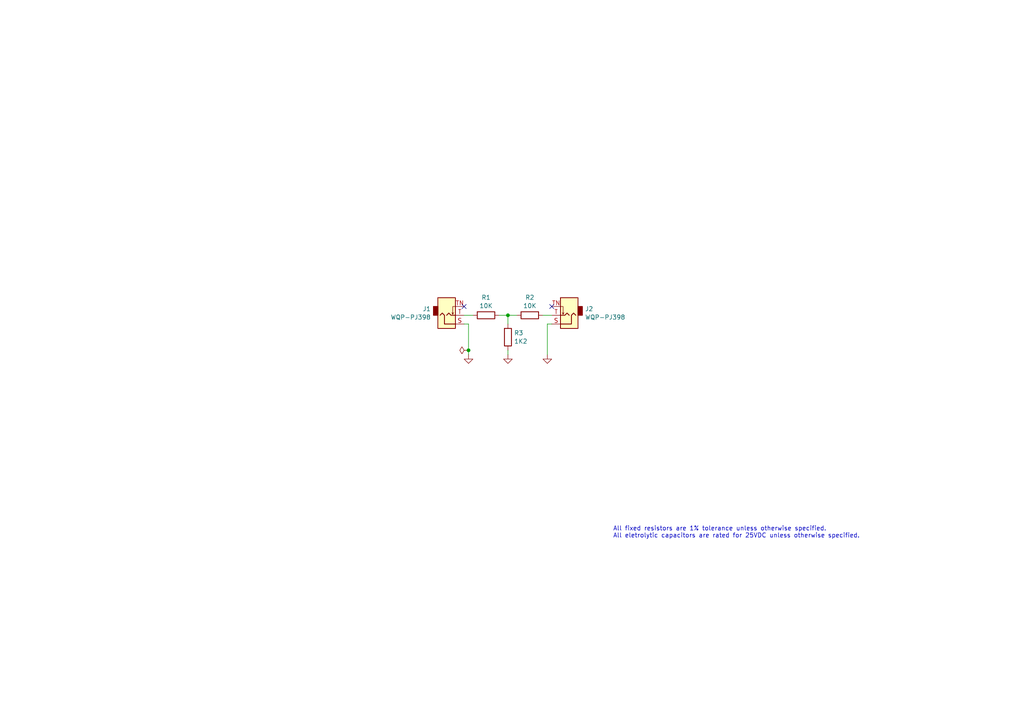
<source format=kicad_sch>
(kicad_sch (version 20230121) (generator eeschema)

  (uuid e63e39d7-6ac0-4ffd-8aa3-1841a4541b55)

  (paper "A4")

  (title_block
    (title "Attenuator")
    (date "2024-04-02")
    (rev "1.0")
    (company "https://lenp.net/synth/")
    (comment 1 "Len Popp")
    (comment 2 "Copyright © 2024 Len Popp CC BY")
    (comment 3 "Eurorack attenuator dongle")
  )

  (lib_symbols
    (symbol "-lmp-power:GND" (power) (pin_numbers hide) (pin_names (offset 0) hide) (in_bom yes) (on_board yes)
      (property "Reference" "#PWR" (at 0 -6.35 0)
        (effects (font (size 1.27 1.27)) hide)
      )
      (property "Value" "GND" (at 0 -3.81 0)
        (effects (font (size 1.27 1.27)) hide)
      )
      (property "Footprint" "" (at 0 0 0)
        (effects (font (size 1.27 1.27)) hide)
      )
      (property "Datasheet" "" (at 0 0 0)
        (effects (font (size 1.27 1.27)) hide)
      )
      (property "ki_keywords" "power-flag" (at 0 0 0)
        (effects (font (size 1.27 1.27)) hide)
      )
      (property "ki_description" "Power symbol creates a global label with name \"GND\" , ground" (at 0 0 0)
        (effects (font (size 1.27 1.27)) hide)
      )
      (symbol "GND_0_1"
        (polyline
          (pts
            (xy 0 0)
            (xy 0 -1.27)
            (xy 1.27 -1.27)
            (xy 0 -2.54)
            (xy -1.27 -1.27)
            (xy 0 -1.27)
          )
          (stroke (width 0) (type default))
          (fill (type none))
        )
      )
      (symbol "GND_1_1"
        (pin power_in line (at 0 0 270) (length 0) hide
          (name "GND" (effects (font (size 1.27 1.27))))
          (number "1" (effects (font (size 1.27 1.27))))
        )
      )
    )
    (symbol "-lmp-power:PWR_FLAG" (power) (pin_numbers hide) (pin_names (offset 0) hide) (in_bom yes) (on_board yes)
      (property "Reference" "#FLG" (at 0 1.905 0)
        (effects (font (size 1.27 1.27)) hide)
      )
      (property "Value" "PWR_FLAG" (at 0 3.81 0)
        (effects (font (size 1.27 1.27)) hide)
      )
      (property "Footprint" "" (at 0 0 0)
        (effects (font (size 1.27 1.27)) hide)
      )
      (property "Datasheet" "~" (at 0 0 0)
        (effects (font (size 1.27 1.27)) hide)
      )
      (property "ki_keywords" "power-flag" (at 0 0 0)
        (effects (font (size 1.27 1.27)) hide)
      )
      (property "ki_description" "Special symbol for telling ERC where power comes from" (at 0 0 0)
        (effects (font (size 1.27 1.27)) hide)
      )
      (symbol "PWR_FLAG_0_0"
        (pin power_out line (at 0 0 90) (length 0)
          (name "pwr" (effects (font (size 1.27 1.27))))
          (number "1" (effects (font (size 1.27 1.27))))
        )
      )
      (symbol "PWR_FLAG_0_1"
        (polyline
          (pts
            (xy 0 0)
            (xy 0 1.27)
            (xy -1.016 1.905)
            (xy 0 2.54)
            (xy 1.016 1.905)
            (xy 0 1.27)
          )
          (stroke (width 0) (type default))
          (fill (type none))
        )
      )
    )
    (symbol "-lmp-synth:Jack_WQP-PJ398" (in_bom yes) (on_board yes)
      (property "Reference" "J" (at 0 10.033 0)
        (effects (font (size 1.27 1.27)))
      )
      (property "Value" "Jack_WQP-PJ398" (at 0 7.62 0)
        (effects (font (size 1.27 1.27)))
      )
      (property "Footprint" "-lmp-synth:Jack_3.5mm_QingPu_WQP-PJ398SM_Vertical" (at 0 0 0)
        (effects (font (size 1.27 1.27)) hide)
      )
      (property "Datasheet" "http://www.qingpu-electronics.com/en/products/WQP-PJ398SM-362.html" (at 0 0 0)
        (effects (font (size 1.27 1.27)) hide)
      )
      (property "Label" "[label]" (at 0 5.207 0)
        (effects (font (size 1.27 1.27)))
      )
      (property "Manufacturer" "QingPu / Thonk" (at 0 0 0)
        (effects (font (size 1.27 1.27)) hide)
      )
      (property "ManufacturerPartNum" "PJ398SM / WQP518MA" (at 0 0 0)
        (effects (font (size 1.27 1.27)) hide)
      )
      (property "Distributor" "Thonk" (at 0 0 0)
        (effects (font (size 1.27 1.27)) hide)
      )
      (property "DistributorPartNum" "PJ398SM" (at 0 0 0)
        (effects (font (size 1.27 1.27)) hide)
      )
      (property "DistributorPartLink" "https://www.thonk.co.uk/shop/thonkiconn/" (at 0 0 0)
        (effects (font (size 1.27 1.27)) hide)
      )
      (property "Distributor2" "SynthCube" (at 0 0 0)
        (effects (font (size 1.27 1.27)) hide)
      )
      (property "DistributorPartNum2" "WQP518MA" (at 0 0 0)
        (effects (font (size 1.27 1.27)) hide)
      )
      (property "DistributorPartLink2" "https://synthcube.com/cart/3-5mm-euro-jacks" (at 0 0 0)
        (effects (font (size 1.27 1.27)) hide)
      )
      (property "Distributor3" "Adafruit" (at 0 0 0)
        (effects (font (size 1.27 1.27)) hide)
      )
      (property "DistributorPartNum3" "4031" (at 0 0 0)
        (effects (font (size 1.27 1.27)) hide)
      )
      (property "DistributorPartLink3" "https://www.adafruit.com/product/4031" (at 0 0 0)
        (effects (font (size 1.27 1.27)) hide)
      )
      (property "ki_keywords" "audio jack receptacle mono headphones phone TS connector QingPu Thonkiconn" (at 0 0 0)
        (effects (font (size 1.27 1.27)) hide)
      )
      (property "ki_description" "Audio Jack, 2 Poles (Mono / TS), Switched T Pole (Normalling), QingPu / Thonkiconn" (at 0 0 0)
        (effects (font (size 1.27 1.27)) hide)
      )
      (property "ki_fp_filters" "Jack*" (at 0 0 0)
        (effects (font (size 1.27 1.27)) hide)
      )
      (symbol "Jack_WQP-PJ398_0_1"
        (rectangle (start -2.54 0) (end -3.81 -2.54)
          (stroke (width 0.254) (type default))
          (fill (type outline))
        )
        (polyline
          (pts
            (xy 1.778 -0.254)
            (xy 2.032 -0.762)
          )
          (stroke (width 0) (type default))
          (fill (type none))
        )
        (polyline
          (pts
            (xy 0 0)
            (xy 0.635 -0.635)
            (xy 1.27 0)
            (xy 2.54 0)
          )
          (stroke (width 0.254) (type default))
          (fill (type none))
        )
        (polyline
          (pts
            (xy 2.54 -2.54)
            (xy 1.778 -2.54)
            (xy 1.778 -0.254)
            (xy 1.524 -0.762)
          )
          (stroke (width 0) (type default))
          (fill (type none))
        )
        (polyline
          (pts
            (xy 2.54 2.54)
            (xy -0.635 2.54)
            (xy -0.635 0)
            (xy -1.27 -0.635)
            (xy -1.905 0)
          )
          (stroke (width 0.254) (type default))
          (fill (type none))
        )
        (rectangle (start 2.54 3.81) (end -2.54 -5.08)
          (stroke (width 0.254) (type default))
          (fill (type background))
        )
      )
      (symbol "Jack_WQP-PJ398_1_1"
        (pin passive line (at 5.08 2.54 180) (length 2.54)
          (name "~" (effects (font (size 1.27 1.27))))
          (number "S" (effects (font (size 1.27 1.27))))
        )
        (pin passive line (at 5.08 0 180) (length 2.54)
          (name "~" (effects (font (size 1.27 1.27))))
          (number "T" (effects (font (size 1.27 1.27))))
        )
        (pin passive line (at 5.08 -2.54 180) (length 2.54)
          (name "~" (effects (font (size 1.27 1.27))))
          (number "TN" (effects (font (size 1.27 1.27))))
        )
      )
    )
    (symbol "-lmp:R_1%_0W166" (pin_numbers hide) (pin_names (offset 0)) (in_bom yes) (on_board yes)
      (property "Reference" "R" (at -2.286 0 90)
        (effects (font (size 1.27 1.27)))
      )
      (property "Value" "R_1%_0W166" (at 2.413 0 90)
        (effects (font (size 1.27 1.27)))
      )
      (property "Footprint" "-lmp-misc:R_Axial_DIN0207_L6.3mm_D2.5mm_P7.62mm_Horizontal" (at -1.778 0 90)
        (effects (font (size 1.27 1.27)) hide)
      )
      (property "Datasheet" "https://www.mouser.ca/datasheet/2/447/YAGEO_MFR_datasheet_2023v3-3324391.pdf" (at 0 0 0)
        (effects (font (size 1.27 1.27)) hide)
      )
      (property "Manufacturer" "YAGEO" (at 0 0 0)
        (effects (font (size 1.27 1.27)) hide)
      )
      (property "ManufacturerPartNum" "MFR-12*" (at 0 0 0)
        (effects (font (size 1.27 1.27)) hide)
      )
      (property "Distributor" "Mouser" (at 0 0 0)
        (effects (font (size 1.27 1.27)) hide)
      )
      (property "DistributorPartNum" "603-MFR-12*" (at 0 0 0)
        (effects (font (size 1.27 1.27)) hide)
      )
      (property "DistributorPartLink" "https://www.mouser.ca/c/?m=YAGEO&power+rating=166+mW+(1%2f6+W)&tolerance=1+%25&instock=y" (at 0 0 0)
        (effects (font (size 1.27 1.27)) hide)
      )
      (property "Value2" "1%, 1/6 W" (at 4.953 0 90)
        (effects (font (size 1.27 1.27)) hide)
      )
      (property "ki_keywords" "R res resistor" (at 0 0 0)
        (effects (font (size 1.27 1.27)) hide)
      )
      (property "ki_description" "Resistor" (at 0 0 0)
        (effects (font (size 1.27 1.27)) hide)
      )
      (property "ki_fp_filters" "R_*" (at 0 0 0)
        (effects (font (size 1.27 1.27)) hide)
      )
      (symbol "R_1%_0W166_0_1"
        (rectangle (start -1.016 -2.54) (end 1.016 2.54)
          (stroke (width 0.254) (type default))
          (fill (type none))
        )
      )
      (symbol "R_1%_0W166_1_1"
        (pin passive line (at 0 3.81 270) (length 1.27)
          (name "~" (effects (font (size 1.27 1.27))))
          (number "1" (effects (font (size 1.27 1.27))))
        )
        (pin passive line (at 0 -3.81 90) (length 1.27)
          (name "~" (effects (font (size 1.27 1.27))))
          (number "2" (effects (font (size 1.27 1.27))))
        )
      )
    )
  )

  (junction (at 135.89 101.6) (diameter 0) (color 0 0 0 0)
    (uuid 0584cda4-2383-4177-a6ac-3c2a14475917)
  )
  (junction (at 147.32 91.44) (diameter 0) (color 0 0 0 0)
    (uuid 3b42ff99-5236-401d-9707-cf93a9be78db)
  )

  (no_connect (at 160.02 88.9) (uuid 3dfd30c5-1b5a-4497-9938-d6025d18a8d4))
  (no_connect (at 134.62 88.9) (uuid fc37a029-e5ea-4a48-bb73-fd7ec039ad38))

  (wire (pts (xy 135.89 93.98) (xy 135.89 101.6))
    (stroke (width 0) (type default))
    (uuid 095540e4-531c-4f79-b6b2-1a4731a2e66f)
  )
  (wire (pts (xy 144.78 91.44) (xy 147.32 91.44))
    (stroke (width 0) (type default))
    (uuid 1203d7e7-d701-4080-a761-ff866a785cad)
  )
  (wire (pts (xy 135.89 101.6) (xy 135.89 102.87))
    (stroke (width 0) (type default))
    (uuid 1dda071a-6571-49d7-ab9d-0a1079482122)
  )
  (wire (pts (xy 160.02 93.98) (xy 158.75 93.98))
    (stroke (width 0) (type default))
    (uuid 28d376dd-57fa-409b-839c-da45807f1ed9)
  )
  (wire (pts (xy 147.32 91.44) (xy 149.86 91.44))
    (stroke (width 0) (type default))
    (uuid 52562f94-ada5-4d37-b939-dfd25383096c)
  )
  (wire (pts (xy 147.32 101.6) (xy 147.32 102.87))
    (stroke (width 0) (type default))
    (uuid 53905bb0-4e64-443b-a1c8-d4479c79f61a)
  )
  (wire (pts (xy 157.48 91.44) (xy 160.02 91.44))
    (stroke (width 0) (type default))
    (uuid 6b268262-1fc3-422a-9c6b-78876dd995ac)
  )
  (wire (pts (xy 134.62 93.98) (xy 135.89 93.98))
    (stroke (width 0) (type default))
    (uuid 84ca4aaf-84fc-49e7-941b-68e9300f7e42)
  )
  (wire (pts (xy 158.75 93.98) (xy 158.75 102.87))
    (stroke (width 0) (type default))
    (uuid a2e9f64f-d24d-4d36-bf0d-f50a20aaba81)
  )
  (wire (pts (xy 134.62 91.44) (xy 137.16 91.44))
    (stroke (width 0) (type default))
    (uuid a851b026-88d9-4132-a404-e48cad8cc1ce)
  )
  (wire (pts (xy 147.32 91.44) (xy 147.32 93.98))
    (stroke (width 0) (type default))
    (uuid fb4a79b8-3765-4b79-990b-20a48713342c)
  )

  (text "All fixed resistors are 1% tolerance unless otherwise specified.\nAll eletrolytic capacitors are rated for 25VDC unless otherwise specified."
    (at 177.8 156.21 0)
    (effects (font (size 1.27 1.27)) (justify left bottom))
    (uuid 16ded395-a862-4198-b3af-ba8c7fb298bb)
  )

  (symbol (lib_id "-lmp-power:GND") (at 147.32 102.87 0) (unit 1)
    (in_bom yes) (on_board yes) (dnp no) (fields_autoplaced)
    (uuid 0cbd18d9-d855-4343-a972-a738c4122c0e)
    (property "Reference" "#PWR03" (at 147.32 109.22 0)
      (effects (font (size 1.27 1.27)) hide)
    )
    (property "Value" "GND" (at 147.32 106.68 0)
      (effects (font (size 1.27 1.27)) hide)
    )
    (property "Footprint" "" (at 147.32 102.87 0)
      (effects (font (size 1.27 1.27)) hide)
    )
    (property "Datasheet" "" (at 147.32 102.87 0)
      (effects (font (size 1.27 1.27)) hide)
    )
    (pin "1" (uuid e8078167-ed32-4deb-a232-509d6ddd74ee))
    (instances
      (project "Attenuator"
        (path "/e63e39d7-6ac0-4ffd-8aa3-1841a4541b55"
          (reference "#PWR03") (unit 1)
        )
      )
    )
  )

  (symbol (lib_id "-lmp:R_1%_0W166") (at 153.67 91.44 90) (unit 1)
    (in_bom yes) (on_board yes) (dnp no) (fields_autoplaced)
    (uuid 0ce72adf-e56a-47c7-82a6-866583deae35)
    (property "Reference" "R2" (at 153.67 86.2797 90)
      (effects (font (size 1.27 1.27)))
    )
    (property "Value" "10K" (at 153.67 88.7039 90)
      (effects (font (size 1.27 1.27)))
    )
    (property "Footprint" "-lmp-misc:R_Axial_DIN0207_L6.3mm_D2.5mm_P10.16mm_Horizontal" (at 153.67 93.218 90)
      (effects (font (size 1.27 1.27)) hide)
    )
    (property "Datasheet" "https://www.mouser.ca/datasheet/2/447/YAGEO_MFR_datasheet_2023v3-3324391.pdf" (at 153.67 91.44 0)
      (effects (font (size 1.27 1.27)) hide)
    )
    (property "Manufacturer" "YAGEO" (at 153.67 91.44 0)
      (effects (font (size 1.27 1.27)) hide)
    )
    (property "ManufacturerPartNum" "MFR-12FTF52-10K" (at 153.67 91.44 0)
      (effects (font (size 1.27 1.27)) hide)
    )
    (property "Distributor" "Mouser" (at 153.67 91.44 0)
      (effects (font (size 1.27 1.27)) hide)
    )
    (property "DistributorPartNum" "603-MFR-12FTF52-10K" (at 153.67 91.44 0)
      (effects (font (size 1.27 1.27)) hide)
    )
    (property "DistributorPartLink" "https://www.mouser.ca/ProductDetail/YAGEO/MFR-12FTF52-10K?qs=sGAEpiMZZMsPqMdJzcrNwiweiCzxKzWL%2Fd0Jf4ZDQjA%3D" (at 153.67 91.44 0)
      (effects (font (size 1.27 1.27)) hide)
    )
    (property "Value2" "1%, 1/6 W" (at 153.67 86.487 90)
      (effects (font (size 1.27 1.27)) hide)
    )
    (pin "1" (uuid 31725f74-458d-438d-8621-4ed7041cf52e))
    (pin "2" (uuid 8f563051-1652-4078-8645-f199b6eb0594))
    (instances
      (project "Attenuator"
        (path "/e63e39d7-6ac0-4ffd-8aa3-1841a4541b55"
          (reference "R2") (unit 1)
        )
      )
    )
  )

  (symbol (lib_id "-lmp-synth:Jack_WQP-PJ398") (at 165.1 91.44 180) (unit 1)
    (in_bom yes) (on_board yes) (dnp no) (fields_autoplaced)
    (uuid 23afc967-4215-46d9-a3fe-0b14add01543)
    (property "Reference" "J2" (at 169.672 89.5929 0)
      (effects (font (size 1.27 1.27)) (justify right))
    )
    (property "Value" "WQP-PJ398" (at 169.672 92.0171 0)
      (effects (font (size 1.27 1.27)) (justify right))
    )
    (property "Footprint" "-lmp-synth:Jack_3.5mm_BB_QingPu_WQP-PJ398SM" (at 165.1 91.44 0)
      (effects (font (size 1.27 1.27)) hide)
    )
    (property "Datasheet" "http://www.qingpu-electronics.com/en/products/WQP-PJ398SM-362.html" (at 165.1 91.44 0)
      (effects (font (size 1.27 1.27)) hide)
    )
    (property "Label" "" (at 169.672 93.2292 0)
      (effects (font (size 1.27 1.27)) (justify right) hide)
    )
    (property "Manufacturer" "QingPu / Thonk" (at 165.1 91.44 0)
      (effects (font (size 1.27 1.27)) hide)
    )
    (property "ManufacturerPartNum" "PJ398SM / WQP518MA" (at 165.1 91.44 0)
      (effects (font (size 1.27 1.27)) hide)
    )
    (property "Distributor" "Thonk" (at 165.1 91.44 0)
      (effects (font (size 1.27 1.27)) hide)
    )
    (property "DistributorPartNum" "PJ398SM" (at 165.1 91.44 0)
      (effects (font (size 1.27 1.27)) hide)
    )
    (property "DistributorPartLink" "https://www.thonk.co.uk/shop/thonkiconn/" (at 165.1 91.44 0)
      (effects (font (size 1.27 1.27)) hide)
    )
    (property "Distributor2" "SynthCube" (at 165.1 91.44 0)
      (effects (font (size 1.27 1.27)) hide)
    )
    (property "DistributorPartNum2" "WQP518MA" (at 165.1 91.44 0)
      (effects (font (size 1.27 1.27)) hide)
    )
    (property "DistributorPartLink2" "https://synthcube.com/cart/3-5mm-euro-jacks" (at 165.1 91.44 0)
      (effects (font (size 1.27 1.27)) hide)
    )
    (property "Distributor3" "Adafruit" (at 165.1 91.44 0)
      (effects (font (size 1.27 1.27)) hide)
    )
    (property "DistributorPartNum3" "4031" (at 165.1 91.44 0)
      (effects (font (size 1.27 1.27)) hide)
    )
    (property "DistributorPartLink3" "https://www.adafruit.com/product/4031" (at 165.1 91.44 0)
      (effects (font (size 1.27 1.27)) hide)
    )
    (pin "S" (uuid 7b32ba8d-cc43-4575-842a-24bb1cdc5f73))
    (pin "T" (uuid 5c16b244-f4b9-4c53-b862-09e7df6df16c))
    (pin "TN" (uuid 225fc490-f2a9-4274-95ba-207c2634248d))
    (instances
      (project "Attenuator"
        (path "/e63e39d7-6ac0-4ffd-8aa3-1841a4541b55"
          (reference "J2") (unit 1)
        )
      )
    )
  )

  (symbol (lib_id "-lmp:R_1%_0W166") (at 140.97 91.44 90) (unit 1)
    (in_bom yes) (on_board yes) (dnp no) (fields_autoplaced)
    (uuid 284407d2-062d-42a1-9943-2ec95ca039e7)
    (property "Reference" "R1" (at 140.97 86.2797 90)
      (effects (font (size 1.27 1.27)))
    )
    (property "Value" "10K" (at 140.97 88.7039 90)
      (effects (font (size 1.27 1.27)))
    )
    (property "Footprint" "-lmp-stripboard:SB_Gen_1" (at 140.97 93.218 90)
      (effects (font (size 1.27 1.27)) hide)
    )
    (property "Datasheet" "https://www.mouser.ca/datasheet/2/447/YAGEO_MFR_datasheet_2023v3-3324391.pdf" (at 140.97 91.44 0)
      (effects (font (size 1.27 1.27)) hide)
    )
    (property "Manufacturer" "YAGEO" (at 140.97 91.44 0)
      (effects (font (size 1.27 1.27)) hide)
    )
    (property "ManufacturerPartNum" "MFR-12FTF52-10K" (at 140.97 91.44 0)
      (effects (font (size 1.27 1.27)) hide)
    )
    (property "Distributor" "Mouser" (at 140.97 91.44 0)
      (effects (font (size 1.27 1.27)) hide)
    )
    (property "DistributorPartNum" "603-MFR-12FTF52-10K" (at 140.97 91.44 0)
      (effects (font (size 1.27 1.27)) hide)
    )
    (property "DistributorPartLink" "https://www.mouser.ca/ProductDetail/YAGEO/MFR-12FTF52-10K?qs=sGAEpiMZZMsPqMdJzcrNwiweiCzxKzWL%2Fd0Jf4ZDQjA%3D" (at 140.97 91.44 0)
      (effects (font (size 1.27 1.27)) hide)
    )
    (property "Value2" "1%, 1/6 W" (at 140.97 86.487 90)
      (effects (font (size 1.27 1.27)) hide)
    )
    (pin "1" (uuid 85ed6e24-8754-49da-ad52-364b85b7b5f8))
    (pin "2" (uuid e71aab64-8e5a-4954-b10c-97932c67e1a6))
    (instances
      (project "Attenuator"
        (path "/e63e39d7-6ac0-4ffd-8aa3-1841a4541b55"
          (reference "R1") (unit 1)
        )
      )
    )
  )

  (symbol (lib_id "-lmp-power:GND") (at 135.89 102.87 0) (unit 1)
    (in_bom yes) (on_board yes) (dnp no) (fields_autoplaced)
    (uuid 6469f874-7ac0-4c94-bb08-95aaace4cc97)
    (property "Reference" "#PWR01" (at 135.89 109.22 0)
      (effects (font (size 1.27 1.27)) hide)
    )
    (property "Value" "GND" (at 135.89 106.68 0)
      (effects (font (size 1.27 1.27)) hide)
    )
    (property "Footprint" "" (at 135.89 102.87 0)
      (effects (font (size 1.27 1.27)) hide)
    )
    (property "Datasheet" "" (at 135.89 102.87 0)
      (effects (font (size 1.27 1.27)) hide)
    )
    (pin "1" (uuid 17ecdca1-9850-4e08-863a-2708697c9d37))
    (instances
      (project "Attenuator"
        (path "/e63e39d7-6ac0-4ffd-8aa3-1841a4541b55"
          (reference "#PWR01") (unit 1)
        )
      )
    )
  )

  (symbol (lib_id "-lmp-power:PWR_FLAG") (at 135.89 101.6 90) (unit 1)
    (in_bom yes) (on_board yes) (dnp no) (fields_autoplaced)
    (uuid 6d6d45d5-56a6-4d1a-b020-c53fb9144bf3)
    (property "Reference" "#FLG01" (at 133.985 101.6 0)
      (effects (font (size 1.27 1.27)) hide)
    )
    (property "Value" "PWR_FLAG" (at 132.08 101.6 0)
      (effects (font (size 1.27 1.27)) hide)
    )
    (property "Footprint" "" (at 135.89 101.6 0)
      (effects (font (size 1.27 1.27)) hide)
    )
    (property "Datasheet" "~" (at 135.89 101.6 0)
      (effects (font (size 1.27 1.27)) hide)
    )
    (pin "1" (uuid 0fd2e765-eb2b-45fd-bfcc-e644b9e78307))
    (instances
      (project "Attenuator"
        (path "/e63e39d7-6ac0-4ffd-8aa3-1841a4541b55"
          (reference "#FLG01") (unit 1)
        )
      )
    )
  )

  (symbol (lib_id "-lmp:R_1%_0W166") (at 147.32 97.79 0) (unit 1)
    (in_bom yes) (on_board yes) (dnp no) (fields_autoplaced)
    (uuid 86ba2028-ce20-4b10-8026-395ca7dded26)
    (property "Reference" "R3" (at 149.098 96.5779 0)
      (effects (font (size 1.27 1.27)) (justify left))
    )
    (property "Value" "1K2" (at 149.098 99.0021 0)
      (effects (font (size 1.27 1.27)) (justify left))
    )
    (property "Footprint" "-lmp-misc:R_Axial_DIN0207_L6.3mm_D2.5mm_P7.62mm_Horizontal" (at 145.542 97.79 90)
      (effects (font (size 1.27 1.27)) hide)
    )
    (property "Datasheet" "https://www.mouser.ca/datasheet/2/447/YAGEO_MFR_datasheet_2023v3-3324391.pdf" (at 147.32 97.79 0)
      (effects (font (size 1.27 1.27)) hide)
    )
    (property "Manufacturer" "YAGEO" (at 147.32 97.79 0)
      (effects (font (size 1.27 1.27)) hide)
    )
    (property "ManufacturerPartNum" "MFR-12FTF52-1K2" (at 147.32 97.79 0)
      (effects (font (size 1.27 1.27)) hide)
    )
    (property "Distributor" "Mouser" (at 147.32 97.79 0)
      (effects (font (size 1.27 1.27)) hide)
    )
    (property "DistributorPartNum" "603-MFR-12FTF52-1K2" (at 147.32 97.79 0)
      (effects (font (size 1.27 1.27)) hide)
    )
    (property "DistributorPartLink" "https://www.mouser.ca/ProductDetail/YAGEO/MFR-12FTF52-1K2?qs=oAGoVhmvjhxRsi2B4WGpcg%3D%3D" (at 147.32 97.79 0)
      (effects (font (size 1.27 1.27)) hide)
    )
    (property "Value2" "1%, 1/6 W" (at 152.273 97.79 90)
      (effects (font (size 1.27 1.27)) hide)
    )
    (pin "1" (uuid 2f1ae875-e072-411a-8035-82e7cb1528f4))
    (pin "2" (uuid f220e9da-b068-42fb-88b9-e599d0639e1c))
    (instances
      (project "Attenuator"
        (path "/e63e39d7-6ac0-4ffd-8aa3-1841a4541b55"
          (reference "R3") (unit 1)
        )
      )
    )
  )

  (symbol (lib_id "-lmp-power:GND") (at 158.75 102.87 0) (unit 1)
    (in_bom yes) (on_board yes) (dnp no) (fields_autoplaced)
    (uuid c31e8f90-03c7-4524-93f6-27db96180d5f)
    (property "Reference" "#PWR02" (at 158.75 109.22 0)
      (effects (font (size 1.27 1.27)) hide)
    )
    (property "Value" "GND" (at 158.75 106.68 0)
      (effects (font (size 1.27 1.27)) hide)
    )
    (property "Footprint" "" (at 158.75 102.87 0)
      (effects (font (size 1.27 1.27)) hide)
    )
    (property "Datasheet" "" (at 158.75 102.87 0)
      (effects (font (size 1.27 1.27)) hide)
    )
    (pin "1" (uuid e77f72de-8520-4b98-b7ab-460f83d5fe20))
    (instances
      (project "Attenuator"
        (path "/e63e39d7-6ac0-4ffd-8aa3-1841a4541b55"
          (reference "#PWR02") (unit 1)
        )
      )
    )
  )

  (symbol (lib_id "-lmp-synth:Jack_WQP-PJ398") (at 129.54 91.44 0) (mirror x) (unit 1)
    (in_bom yes) (on_board yes) (dnp no) (fields_autoplaced)
    (uuid f0ab2274-f518-4911-91f3-6968359a0959)
    (property "Reference" "J1" (at 124.968 89.5929 0)
      (effects (font (size 1.27 1.27)) (justify right))
    )
    (property "Value" "WQP-PJ398" (at 124.968 92.0171 0)
      (effects (font (size 1.27 1.27)) (justify right))
    )
    (property "Footprint" "-lmp-synth:Jack_3.5mm_BB_QingPu_WQP-PJ398SM" (at 129.54 91.44 0)
      (effects (font (size 1.27 1.27)) hide)
    )
    (property "Datasheet" "http://www.qingpu-electronics.com/en/products/WQP-PJ398SM-362.html" (at 129.54 91.44 0)
      (effects (font (size 1.27 1.27)) hide)
    )
    (property "Label" "" (at 124.968 93.2292 0)
      (effects (font (size 1.27 1.27)) (justify right) hide)
    )
    (property "Manufacturer" "QingPu / Thonk" (at 129.54 91.44 0)
      (effects (font (size 1.27 1.27)) hide)
    )
    (property "ManufacturerPartNum" "PJ398SM / WQP518MA" (at 129.54 91.44 0)
      (effects (font (size 1.27 1.27)) hide)
    )
    (property "Distributor" "Thonk" (at 129.54 91.44 0)
      (effects (font (size 1.27 1.27)) hide)
    )
    (property "DistributorPartNum" "PJ398SM" (at 129.54 91.44 0)
      (effects (font (size 1.27 1.27)) hide)
    )
    (property "DistributorPartLink" "https://www.thonk.co.uk/shop/thonkiconn/" (at 129.54 91.44 0)
      (effects (font (size 1.27 1.27)) hide)
    )
    (property "Distributor2" "SynthCube" (at 129.54 91.44 0)
      (effects (font (size 1.27 1.27)) hide)
    )
    (property "DistributorPartNum2" "WQP518MA" (at 129.54 91.44 0)
      (effects (font (size 1.27 1.27)) hide)
    )
    (property "DistributorPartLink2" "https://synthcube.com/cart/3-5mm-euro-jacks" (at 129.54 91.44 0)
      (effects (font (size 1.27 1.27)) hide)
    )
    (property "Distributor3" "Adafruit" (at 129.54 91.44 0)
      (effects (font (size 1.27 1.27)) hide)
    )
    (property "DistributorPartNum3" "4031" (at 129.54 91.44 0)
      (effects (font (size 1.27 1.27)) hide)
    )
    (property "DistributorPartLink3" "https://www.adafruit.com/product/4031" (at 129.54 91.44 0)
      (effects (font (size 1.27 1.27)) hide)
    )
    (pin "S" (uuid b8dcd8aa-1083-424d-bd2a-1f8cabd5ecc0))
    (pin "T" (uuid 505f2bf4-8645-4bf6-81fc-0e5f87fe4aef))
    (pin "TN" (uuid 3071b791-832d-434a-95dc-f0b6df6ef98f))
    (instances
      (project "Attenuator"
        (path "/e63e39d7-6ac0-4ffd-8aa3-1841a4541b55"
          (reference "J1") (unit 1)
        )
      )
    )
  )

  (sheet_instances
    (path "/" (page "1"))
  )
)

</source>
